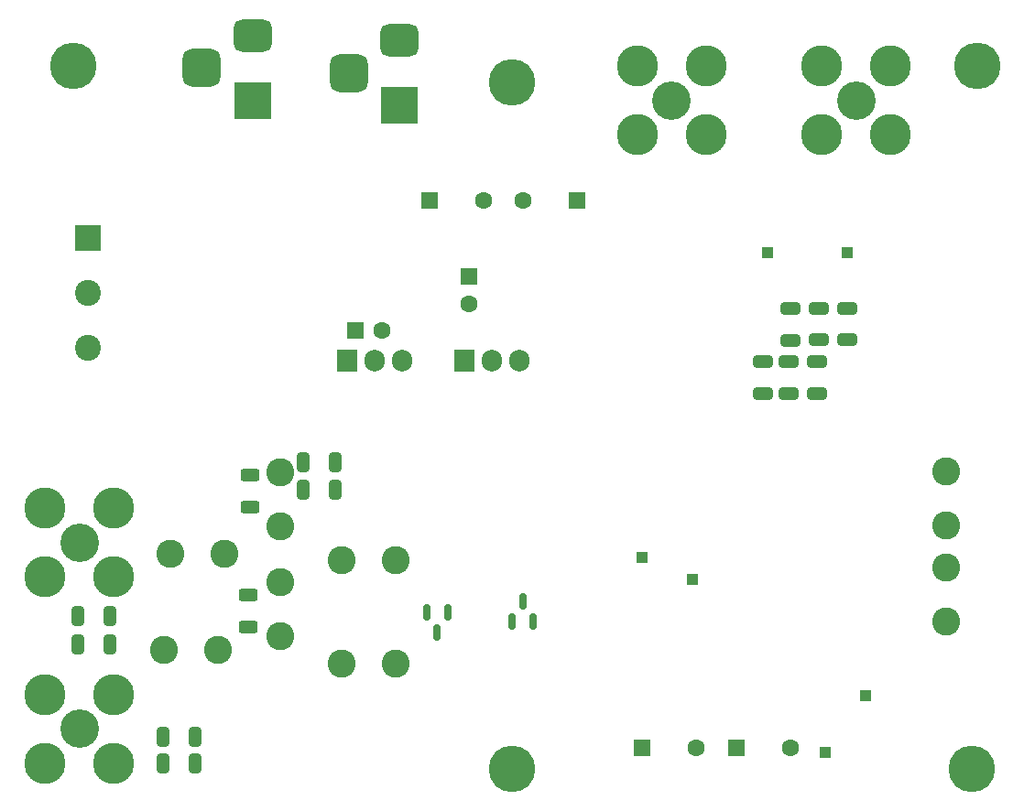
<source format=gbr>
%TF.GenerationSoftware,KiCad,Pcbnew,(6.0.10)*%
%TF.CreationDate,2023-02-20T15:55:57-05:00*%
%TF.ProjectId,Rx_Preamp,52785f50-7265-4616-9d70-2e6b69636164,rev?*%
%TF.SameCoordinates,Original*%
%TF.FileFunction,Soldermask,Bot*%
%TF.FilePolarity,Negative*%
%FSLAX46Y46*%
G04 Gerber Fmt 4.6, Leading zero omitted, Abs format (unit mm)*
G04 Created by KiCad (PCBNEW (6.0.10)) date 2023-02-20 15:55:57*
%MOMM*%
%LPD*%
G01*
G04 APERTURE LIST*
G04 Aperture macros list*
%AMRoundRect*
0 Rectangle with rounded corners*
0 $1 Rounding radius*
0 $2 $3 $4 $5 $6 $7 $8 $9 X,Y pos of 4 corners*
0 Add a 4 corners polygon primitive as box body*
4,1,4,$2,$3,$4,$5,$6,$7,$8,$9,$2,$3,0*
0 Add four circle primitives for the rounded corners*
1,1,$1+$1,$2,$3*
1,1,$1+$1,$4,$5*
1,1,$1+$1,$6,$7*
1,1,$1+$1,$8,$9*
0 Add four rect primitives between the rounded corners*
20,1,$1+$1,$2,$3,$4,$5,0*
20,1,$1+$1,$4,$5,$6,$7,0*
20,1,$1+$1,$6,$7,$8,$9,0*
20,1,$1+$1,$8,$9,$2,$3,0*%
G04 Aperture macros list end*
%ADD10R,1.600000X1.600000*%
%ADD11C,1.600000*%
%ADD12C,4.300000*%
%ADD13C,3.556000*%
%ADD14C,3.810000*%
%ADD15R,3.500000X3.500000*%
%ADD16RoundRect,0.750000X-1.000000X0.750000X-1.000000X-0.750000X1.000000X-0.750000X1.000000X0.750000X0*%
%ADD17RoundRect,0.875000X-0.875000X0.875000X-0.875000X-0.875000X0.875000X-0.875000X0.875000X0.875000X0*%
%ADD18R,2.400000X2.400000*%
%ADD19C,2.400000*%
%ADD20C,2.600000*%
%ADD21R,1.000000X1.000000*%
%ADD22R,1.905000X2.000000*%
%ADD23O,1.905000X2.000000*%
%ADD24RoundRect,0.249999X0.650001X-0.325001X0.650001X0.325001X-0.650001X0.325001X-0.650001X-0.325001X0*%
%ADD25RoundRect,0.249999X0.325001X0.650001X-0.325001X0.650001X-0.325001X-0.650001X0.325001X-0.650001X0*%
%ADD26RoundRect,0.249998X-0.625002X0.312502X-0.625002X-0.312502X0.625002X-0.312502X0.625002X0.312502X0*%
%ADD27RoundRect,0.249998X0.625002X-0.312502X0.625002X0.312502X-0.625002X0.312502X-0.625002X-0.312502X0*%
%ADD28RoundRect,0.150000X0.150000X-0.587500X0.150000X0.587500X-0.150000X0.587500X-0.150000X-0.587500X0*%
%ADD29RoundRect,0.150000X-0.150000X0.587500X-0.150000X-0.587500X0.150000X-0.587500X0.150000X0.587500X0*%
G04 APERTURE END LIST*
D10*
%TO.C,C13*%
X110794698Y-152600000D03*
D11*
X115794698Y-152600000D03*
%TD*%
D10*
%TO.C,C15*%
X82400000Y-102000000D03*
D11*
X87400000Y-102000000D03*
%TD*%
D12*
%TO.C,H6*%
X49500000Y-89500000D03*
%TD*%
D13*
%TO.C,J1*%
X121825000Y-92730000D03*
D14*
X118650000Y-89555000D03*
X125000000Y-95905000D03*
X118650000Y-95905000D03*
X125000000Y-89555000D03*
%TD*%
D13*
%TO.C,J3*%
X50025000Y-133625000D03*
D14*
X53200000Y-136800000D03*
X46850000Y-136800000D03*
X46850000Y-130450000D03*
X53200000Y-130450000D03*
%TD*%
D15*
%TO.C,J6*%
X66040000Y-92710000D03*
D16*
X66040000Y-86710000D03*
D17*
X61340000Y-89710000D03*
%TD*%
D15*
%TO.C,J5*%
X79630000Y-93170000D03*
D16*
X79630000Y-87170000D03*
D17*
X74930000Y-90170000D03*
%TD*%
D18*
%TO.C,J7*%
X50800000Y-105410000D03*
D19*
X50800000Y-110490000D03*
X50800000Y-115570000D03*
%TD*%
D20*
%TO.C,L8*%
X68580000Y-132080000D03*
X68580000Y-127080000D03*
%TD*%
%TO.C,L7*%
X68580000Y-137240000D03*
X68580000Y-142240000D03*
%TD*%
D21*
%TO.C,TP1*%
X119000000Y-153000000D03*
%TD*%
%TO.C,TP2*%
X102000000Y-135000000D03*
%TD*%
%TO.C,TP3*%
X121000000Y-106800000D03*
%TD*%
%TO.C,TP4*%
X113600000Y-106800000D03*
%TD*%
%TO.C,TP6*%
X106715000Y-136995000D03*
%TD*%
%TO.C,TP9*%
X122700000Y-147800000D03*
%TD*%
D20*
%TO.C,L4*%
X130175000Y-132000000D03*
X130175000Y-127000000D03*
%TD*%
%TO.C,L3*%
X130175000Y-140890000D03*
X130175000Y-135890000D03*
%TD*%
D12*
%TO.C,H5*%
X133000000Y-89500000D03*
%TD*%
%TO.C,H4*%
X90000000Y-91000000D03*
%TD*%
%TO.C,H1*%
X90000000Y-154500000D03*
%TD*%
%TO.C,H2*%
X132500000Y-154500000D03*
%TD*%
D13*
%TO.C,J4*%
X50025000Y-150825000D03*
D14*
X53200000Y-154000000D03*
X46850000Y-154000000D03*
X46850000Y-147650000D03*
X53200000Y-147650000D03*
%TD*%
D22*
%TO.C,U6*%
X74800000Y-116800000D03*
D23*
X77340000Y-116800000D03*
X79880000Y-116800000D03*
%TD*%
D22*
%TO.C,U5*%
X85600000Y-116800000D03*
D23*
X88140000Y-116800000D03*
X90680000Y-116800000D03*
%TD*%
D10*
%TO.C,C1*%
X96000000Y-102000000D03*
D11*
X91000000Y-102000000D03*
%TD*%
D13*
%TO.C,J2*%
X104775000Y-92730000D03*
D14*
X107950000Y-89555000D03*
X101600000Y-95905000D03*
X107950000Y-95905000D03*
X101600000Y-89555000D03*
%TD*%
D10*
%TO.C,C2*%
X102000000Y-152600000D03*
D11*
X107000000Y-152600000D03*
%TD*%
D24*
%TO.C,C16*%
X121000000Y-111925000D03*
X121000000Y-114875000D03*
%TD*%
%TO.C,C18*%
X118400000Y-114875000D03*
X118400000Y-111925000D03*
%TD*%
%TO.C,C24*%
X115600000Y-119850000D03*
X115600000Y-116900000D03*
%TD*%
D25*
%TO.C,C36*%
X73690000Y-128725000D03*
X70740000Y-128725000D03*
%TD*%
%TO.C,C38*%
X73690000Y-126185000D03*
X70740000Y-126185000D03*
%TD*%
D20*
%TO.C,L9*%
X74295000Y-144780000D03*
X79295000Y-144780000D03*
%TD*%
%TO.C,L10*%
X74295000Y-135255000D03*
X79295000Y-135255000D03*
%TD*%
D26*
%TO.C,R21*%
X65600000Y-138475000D03*
X65600000Y-141400000D03*
%TD*%
D27*
%TO.C,R22*%
X65800000Y-130325000D03*
X65800000Y-127400000D03*
%TD*%
D20*
%TO.C,L5*%
X57865000Y-143510000D03*
X62865000Y-143510000D03*
%TD*%
%TO.C,L6*%
X58415302Y-134620000D03*
X63415302Y-134620000D03*
%TD*%
D24*
%TO.C,C9*%
X118200000Y-119850000D03*
X118200000Y-116900000D03*
%TD*%
%TO.C,C22*%
X115795000Y-114930000D03*
X115795000Y-111980000D03*
%TD*%
%TO.C,C3*%
X113200000Y-119800000D03*
X113200000Y-116850000D03*
%TD*%
D11*
%TO.C,C43*%
X86000000Y-111500000D03*
D10*
X86000000Y-109000000D03*
%TD*%
D11*
%TO.C,C44*%
X78000000Y-114000000D03*
D10*
X75500000Y-114000000D03*
%TD*%
D28*
%TO.C,D7*%
X91950000Y-140937500D03*
X90050000Y-140937500D03*
X91000000Y-139062500D03*
%TD*%
D29*
%TO.C,D8*%
X82150000Y-140062500D03*
X84050000Y-140062500D03*
X83100000Y-141937500D03*
%TD*%
D25*
%TO.C,C45*%
X52875000Y-140400000D03*
X49925000Y-140400000D03*
%TD*%
%TO.C,C46*%
X52875000Y-143000000D03*
X49925000Y-143000000D03*
%TD*%
%TO.C,C47*%
X60750000Y-154000000D03*
X57800000Y-154000000D03*
%TD*%
%TO.C,C48*%
X60750000Y-151600000D03*
X57800000Y-151600000D03*
%TD*%
M02*

</source>
